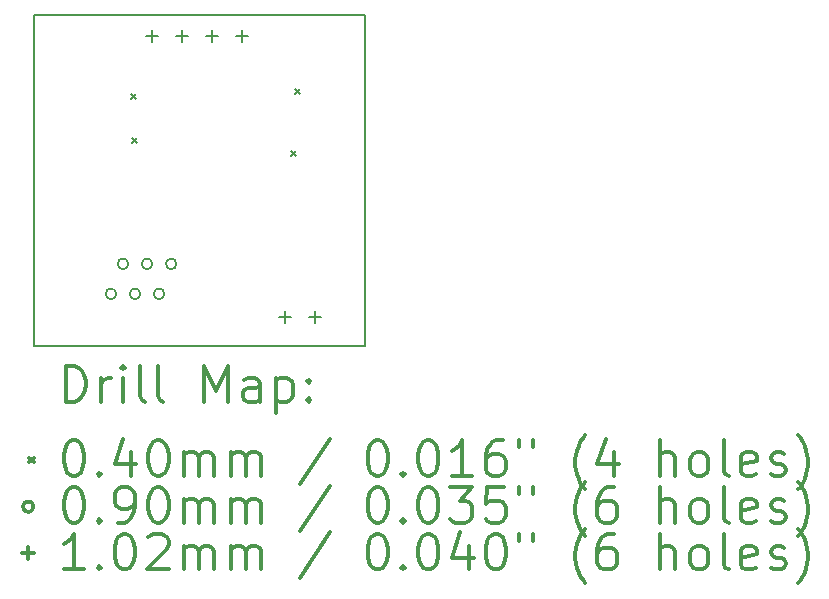
<source format=gbr>
%FSLAX45Y45*%
G04 Gerber Fmt 4.5, Leading zero omitted, Abs format (unit mm)*
G04 Created by KiCad (PCBNEW 4.0.2-stable) date 3/20/2016 1:28:10 PM*
%MOMM*%
G01*
G04 APERTURE LIST*
%ADD10C,0.127000*%
%ADD11C,0.150000*%
%ADD12C,0.200000*%
%ADD13C,0.300000*%
G04 APERTURE END LIST*
D10*
D11*
X14000000Y-6200000D02*
X14000000Y-9000000D01*
X16800000Y-6200000D02*
X14000000Y-6200000D01*
X16800000Y-9000000D02*
X16800000Y-6200000D01*
X14000000Y-9000000D02*
X16800000Y-9000000D01*
D12*
X14820000Y-6870000D02*
X14860000Y-6910000D01*
X14860000Y-6870000D02*
X14820000Y-6910000D01*
X14828000Y-7242000D02*
X14868000Y-7282000D01*
X14868000Y-7242000D02*
X14828000Y-7282000D01*
X16171700Y-7353600D02*
X16211700Y-7393600D01*
X16211700Y-7353600D02*
X16171700Y-7393600D01*
X16210000Y-6830000D02*
X16250000Y-6870000D01*
X16250000Y-6830000D02*
X16210000Y-6870000D01*
X14692700Y-8561850D02*
G75*
G03X14692700Y-8561850I-45000J0D01*
G01*
X14794700Y-8307850D02*
G75*
G03X14794700Y-8307850I-45000J0D01*
G01*
X14896700Y-8561850D02*
G75*
G03X14896700Y-8561850I-45000J0D01*
G01*
X14998700Y-8307850D02*
G75*
G03X14998700Y-8307850I-45000J0D01*
G01*
X15100700Y-8561850D02*
G75*
G03X15100700Y-8561850I-45000J0D01*
G01*
X15202700Y-8307850D02*
G75*
G03X15202700Y-8307850I-45000J0D01*
G01*
X14996000Y-6329200D02*
X14996000Y-6430800D01*
X14945200Y-6380000D02*
X15046800Y-6380000D01*
X15250000Y-6329200D02*
X15250000Y-6430800D01*
X15199200Y-6380000D02*
X15300800Y-6380000D01*
X15504000Y-6329200D02*
X15504000Y-6430800D01*
X15453200Y-6380000D02*
X15554800Y-6380000D01*
X15758000Y-6329200D02*
X15758000Y-6430800D01*
X15707200Y-6380000D02*
X15808800Y-6380000D01*
X16125500Y-8706000D02*
X16125500Y-8807600D01*
X16074700Y-8756800D02*
X16176300Y-8756800D01*
X16379500Y-8706000D02*
X16379500Y-8807600D01*
X16328700Y-8756800D02*
X16430300Y-8756800D01*
D13*
X14263928Y-9473214D02*
X14263928Y-9173214D01*
X14335357Y-9173214D01*
X14378214Y-9187500D01*
X14406786Y-9216072D01*
X14421071Y-9244643D01*
X14435357Y-9301786D01*
X14435357Y-9344643D01*
X14421071Y-9401786D01*
X14406786Y-9430357D01*
X14378214Y-9458929D01*
X14335357Y-9473214D01*
X14263928Y-9473214D01*
X14563928Y-9473214D02*
X14563928Y-9273214D01*
X14563928Y-9330357D02*
X14578214Y-9301786D01*
X14592500Y-9287500D01*
X14621071Y-9273214D01*
X14649643Y-9273214D01*
X14749643Y-9473214D02*
X14749643Y-9273214D01*
X14749643Y-9173214D02*
X14735357Y-9187500D01*
X14749643Y-9201786D01*
X14763928Y-9187500D01*
X14749643Y-9173214D01*
X14749643Y-9201786D01*
X14935357Y-9473214D02*
X14906786Y-9458929D01*
X14892500Y-9430357D01*
X14892500Y-9173214D01*
X15092500Y-9473214D02*
X15063928Y-9458929D01*
X15049643Y-9430357D01*
X15049643Y-9173214D01*
X15435357Y-9473214D02*
X15435357Y-9173214D01*
X15535357Y-9387500D01*
X15635357Y-9173214D01*
X15635357Y-9473214D01*
X15906786Y-9473214D02*
X15906786Y-9316072D01*
X15892500Y-9287500D01*
X15863928Y-9273214D01*
X15806786Y-9273214D01*
X15778214Y-9287500D01*
X15906786Y-9458929D02*
X15878214Y-9473214D01*
X15806786Y-9473214D01*
X15778214Y-9458929D01*
X15763928Y-9430357D01*
X15763928Y-9401786D01*
X15778214Y-9373214D01*
X15806786Y-9358929D01*
X15878214Y-9358929D01*
X15906786Y-9344643D01*
X16049643Y-9273214D02*
X16049643Y-9573214D01*
X16049643Y-9287500D02*
X16078214Y-9273214D01*
X16135357Y-9273214D01*
X16163928Y-9287500D01*
X16178214Y-9301786D01*
X16192500Y-9330357D01*
X16192500Y-9416072D01*
X16178214Y-9444643D01*
X16163928Y-9458929D01*
X16135357Y-9473214D01*
X16078214Y-9473214D01*
X16049643Y-9458929D01*
X16321071Y-9444643D02*
X16335357Y-9458929D01*
X16321071Y-9473214D01*
X16306786Y-9458929D01*
X16321071Y-9444643D01*
X16321071Y-9473214D01*
X16321071Y-9287500D02*
X16335357Y-9301786D01*
X16321071Y-9316072D01*
X16306786Y-9301786D01*
X16321071Y-9287500D01*
X16321071Y-9316072D01*
X13952500Y-9947500D02*
X13992500Y-9987500D01*
X13992500Y-9947500D02*
X13952500Y-9987500D01*
X14321071Y-9803214D02*
X14349643Y-9803214D01*
X14378214Y-9817500D01*
X14392500Y-9831786D01*
X14406786Y-9860357D01*
X14421071Y-9917500D01*
X14421071Y-9988929D01*
X14406786Y-10046072D01*
X14392500Y-10074643D01*
X14378214Y-10088929D01*
X14349643Y-10103214D01*
X14321071Y-10103214D01*
X14292500Y-10088929D01*
X14278214Y-10074643D01*
X14263928Y-10046072D01*
X14249643Y-9988929D01*
X14249643Y-9917500D01*
X14263928Y-9860357D01*
X14278214Y-9831786D01*
X14292500Y-9817500D01*
X14321071Y-9803214D01*
X14549643Y-10074643D02*
X14563928Y-10088929D01*
X14549643Y-10103214D01*
X14535357Y-10088929D01*
X14549643Y-10074643D01*
X14549643Y-10103214D01*
X14821071Y-9903214D02*
X14821071Y-10103214D01*
X14749643Y-9788929D02*
X14678214Y-10003214D01*
X14863928Y-10003214D01*
X15035357Y-9803214D02*
X15063928Y-9803214D01*
X15092500Y-9817500D01*
X15106786Y-9831786D01*
X15121071Y-9860357D01*
X15135357Y-9917500D01*
X15135357Y-9988929D01*
X15121071Y-10046072D01*
X15106786Y-10074643D01*
X15092500Y-10088929D01*
X15063928Y-10103214D01*
X15035357Y-10103214D01*
X15006786Y-10088929D01*
X14992500Y-10074643D01*
X14978214Y-10046072D01*
X14963928Y-9988929D01*
X14963928Y-9917500D01*
X14978214Y-9860357D01*
X14992500Y-9831786D01*
X15006786Y-9817500D01*
X15035357Y-9803214D01*
X15263928Y-10103214D02*
X15263928Y-9903214D01*
X15263928Y-9931786D02*
X15278214Y-9917500D01*
X15306786Y-9903214D01*
X15349643Y-9903214D01*
X15378214Y-9917500D01*
X15392500Y-9946072D01*
X15392500Y-10103214D01*
X15392500Y-9946072D02*
X15406786Y-9917500D01*
X15435357Y-9903214D01*
X15478214Y-9903214D01*
X15506786Y-9917500D01*
X15521071Y-9946072D01*
X15521071Y-10103214D01*
X15663928Y-10103214D02*
X15663928Y-9903214D01*
X15663928Y-9931786D02*
X15678214Y-9917500D01*
X15706786Y-9903214D01*
X15749643Y-9903214D01*
X15778214Y-9917500D01*
X15792500Y-9946072D01*
X15792500Y-10103214D01*
X15792500Y-9946072D02*
X15806786Y-9917500D01*
X15835357Y-9903214D01*
X15878214Y-9903214D01*
X15906786Y-9917500D01*
X15921071Y-9946072D01*
X15921071Y-10103214D01*
X16506786Y-9788929D02*
X16249643Y-10174643D01*
X16892500Y-9803214D02*
X16921071Y-9803214D01*
X16949643Y-9817500D01*
X16963928Y-9831786D01*
X16978214Y-9860357D01*
X16992500Y-9917500D01*
X16992500Y-9988929D01*
X16978214Y-10046072D01*
X16963928Y-10074643D01*
X16949643Y-10088929D01*
X16921071Y-10103214D01*
X16892500Y-10103214D01*
X16863928Y-10088929D01*
X16849643Y-10074643D01*
X16835357Y-10046072D01*
X16821071Y-9988929D01*
X16821071Y-9917500D01*
X16835357Y-9860357D01*
X16849643Y-9831786D01*
X16863928Y-9817500D01*
X16892500Y-9803214D01*
X17121071Y-10074643D02*
X17135357Y-10088929D01*
X17121071Y-10103214D01*
X17106786Y-10088929D01*
X17121071Y-10074643D01*
X17121071Y-10103214D01*
X17321071Y-9803214D02*
X17349643Y-9803214D01*
X17378214Y-9817500D01*
X17392500Y-9831786D01*
X17406786Y-9860357D01*
X17421071Y-9917500D01*
X17421071Y-9988929D01*
X17406786Y-10046072D01*
X17392500Y-10074643D01*
X17378214Y-10088929D01*
X17349643Y-10103214D01*
X17321071Y-10103214D01*
X17292500Y-10088929D01*
X17278214Y-10074643D01*
X17263928Y-10046072D01*
X17249643Y-9988929D01*
X17249643Y-9917500D01*
X17263928Y-9860357D01*
X17278214Y-9831786D01*
X17292500Y-9817500D01*
X17321071Y-9803214D01*
X17706786Y-10103214D02*
X17535357Y-10103214D01*
X17621071Y-10103214D02*
X17621071Y-9803214D01*
X17592500Y-9846072D01*
X17563928Y-9874643D01*
X17535357Y-9888929D01*
X17963928Y-9803214D02*
X17906786Y-9803214D01*
X17878214Y-9817500D01*
X17863928Y-9831786D01*
X17835357Y-9874643D01*
X17821071Y-9931786D01*
X17821071Y-10046072D01*
X17835357Y-10074643D01*
X17849643Y-10088929D01*
X17878214Y-10103214D01*
X17935357Y-10103214D01*
X17963928Y-10088929D01*
X17978214Y-10074643D01*
X17992500Y-10046072D01*
X17992500Y-9974643D01*
X17978214Y-9946072D01*
X17963928Y-9931786D01*
X17935357Y-9917500D01*
X17878214Y-9917500D01*
X17849643Y-9931786D01*
X17835357Y-9946072D01*
X17821071Y-9974643D01*
X18106786Y-9803214D02*
X18106786Y-9860357D01*
X18221071Y-9803214D02*
X18221071Y-9860357D01*
X18663928Y-10217500D02*
X18649643Y-10203214D01*
X18621071Y-10160357D01*
X18606786Y-10131786D01*
X18592500Y-10088929D01*
X18578214Y-10017500D01*
X18578214Y-9960357D01*
X18592500Y-9888929D01*
X18606786Y-9846072D01*
X18621071Y-9817500D01*
X18649643Y-9774643D01*
X18663928Y-9760357D01*
X18906786Y-9903214D02*
X18906786Y-10103214D01*
X18835357Y-9788929D02*
X18763928Y-10003214D01*
X18949643Y-10003214D01*
X19292500Y-10103214D02*
X19292500Y-9803214D01*
X19421071Y-10103214D02*
X19421071Y-9946072D01*
X19406786Y-9917500D01*
X19378214Y-9903214D01*
X19335357Y-9903214D01*
X19306786Y-9917500D01*
X19292500Y-9931786D01*
X19606786Y-10103214D02*
X19578214Y-10088929D01*
X19563928Y-10074643D01*
X19549643Y-10046072D01*
X19549643Y-9960357D01*
X19563928Y-9931786D01*
X19578214Y-9917500D01*
X19606786Y-9903214D01*
X19649643Y-9903214D01*
X19678214Y-9917500D01*
X19692500Y-9931786D01*
X19706786Y-9960357D01*
X19706786Y-10046072D01*
X19692500Y-10074643D01*
X19678214Y-10088929D01*
X19649643Y-10103214D01*
X19606786Y-10103214D01*
X19878214Y-10103214D02*
X19849643Y-10088929D01*
X19835357Y-10060357D01*
X19835357Y-9803214D01*
X20106786Y-10088929D02*
X20078214Y-10103214D01*
X20021071Y-10103214D01*
X19992500Y-10088929D01*
X19978214Y-10060357D01*
X19978214Y-9946072D01*
X19992500Y-9917500D01*
X20021071Y-9903214D01*
X20078214Y-9903214D01*
X20106786Y-9917500D01*
X20121071Y-9946072D01*
X20121071Y-9974643D01*
X19978214Y-10003214D01*
X20235357Y-10088929D02*
X20263929Y-10103214D01*
X20321071Y-10103214D01*
X20349643Y-10088929D01*
X20363929Y-10060357D01*
X20363929Y-10046072D01*
X20349643Y-10017500D01*
X20321071Y-10003214D01*
X20278214Y-10003214D01*
X20249643Y-9988929D01*
X20235357Y-9960357D01*
X20235357Y-9946072D01*
X20249643Y-9917500D01*
X20278214Y-9903214D01*
X20321071Y-9903214D01*
X20349643Y-9917500D01*
X20463928Y-10217500D02*
X20478214Y-10203214D01*
X20506786Y-10160357D01*
X20521071Y-10131786D01*
X20535357Y-10088929D01*
X20549643Y-10017500D01*
X20549643Y-9960357D01*
X20535357Y-9888929D01*
X20521071Y-9846072D01*
X20506786Y-9817500D01*
X20478214Y-9774643D01*
X20463928Y-9760357D01*
X13992500Y-10363500D02*
G75*
G03X13992500Y-10363500I-45000J0D01*
G01*
X14321071Y-10199214D02*
X14349643Y-10199214D01*
X14378214Y-10213500D01*
X14392500Y-10227786D01*
X14406786Y-10256357D01*
X14421071Y-10313500D01*
X14421071Y-10384929D01*
X14406786Y-10442072D01*
X14392500Y-10470643D01*
X14378214Y-10484929D01*
X14349643Y-10499214D01*
X14321071Y-10499214D01*
X14292500Y-10484929D01*
X14278214Y-10470643D01*
X14263928Y-10442072D01*
X14249643Y-10384929D01*
X14249643Y-10313500D01*
X14263928Y-10256357D01*
X14278214Y-10227786D01*
X14292500Y-10213500D01*
X14321071Y-10199214D01*
X14549643Y-10470643D02*
X14563928Y-10484929D01*
X14549643Y-10499214D01*
X14535357Y-10484929D01*
X14549643Y-10470643D01*
X14549643Y-10499214D01*
X14706786Y-10499214D02*
X14763928Y-10499214D01*
X14792500Y-10484929D01*
X14806786Y-10470643D01*
X14835357Y-10427786D01*
X14849643Y-10370643D01*
X14849643Y-10256357D01*
X14835357Y-10227786D01*
X14821071Y-10213500D01*
X14792500Y-10199214D01*
X14735357Y-10199214D01*
X14706786Y-10213500D01*
X14692500Y-10227786D01*
X14678214Y-10256357D01*
X14678214Y-10327786D01*
X14692500Y-10356357D01*
X14706786Y-10370643D01*
X14735357Y-10384929D01*
X14792500Y-10384929D01*
X14821071Y-10370643D01*
X14835357Y-10356357D01*
X14849643Y-10327786D01*
X15035357Y-10199214D02*
X15063928Y-10199214D01*
X15092500Y-10213500D01*
X15106786Y-10227786D01*
X15121071Y-10256357D01*
X15135357Y-10313500D01*
X15135357Y-10384929D01*
X15121071Y-10442072D01*
X15106786Y-10470643D01*
X15092500Y-10484929D01*
X15063928Y-10499214D01*
X15035357Y-10499214D01*
X15006786Y-10484929D01*
X14992500Y-10470643D01*
X14978214Y-10442072D01*
X14963928Y-10384929D01*
X14963928Y-10313500D01*
X14978214Y-10256357D01*
X14992500Y-10227786D01*
X15006786Y-10213500D01*
X15035357Y-10199214D01*
X15263928Y-10499214D02*
X15263928Y-10299214D01*
X15263928Y-10327786D02*
X15278214Y-10313500D01*
X15306786Y-10299214D01*
X15349643Y-10299214D01*
X15378214Y-10313500D01*
X15392500Y-10342072D01*
X15392500Y-10499214D01*
X15392500Y-10342072D02*
X15406786Y-10313500D01*
X15435357Y-10299214D01*
X15478214Y-10299214D01*
X15506786Y-10313500D01*
X15521071Y-10342072D01*
X15521071Y-10499214D01*
X15663928Y-10499214D02*
X15663928Y-10299214D01*
X15663928Y-10327786D02*
X15678214Y-10313500D01*
X15706786Y-10299214D01*
X15749643Y-10299214D01*
X15778214Y-10313500D01*
X15792500Y-10342072D01*
X15792500Y-10499214D01*
X15792500Y-10342072D02*
X15806786Y-10313500D01*
X15835357Y-10299214D01*
X15878214Y-10299214D01*
X15906786Y-10313500D01*
X15921071Y-10342072D01*
X15921071Y-10499214D01*
X16506786Y-10184929D02*
X16249643Y-10570643D01*
X16892500Y-10199214D02*
X16921071Y-10199214D01*
X16949643Y-10213500D01*
X16963928Y-10227786D01*
X16978214Y-10256357D01*
X16992500Y-10313500D01*
X16992500Y-10384929D01*
X16978214Y-10442072D01*
X16963928Y-10470643D01*
X16949643Y-10484929D01*
X16921071Y-10499214D01*
X16892500Y-10499214D01*
X16863928Y-10484929D01*
X16849643Y-10470643D01*
X16835357Y-10442072D01*
X16821071Y-10384929D01*
X16821071Y-10313500D01*
X16835357Y-10256357D01*
X16849643Y-10227786D01*
X16863928Y-10213500D01*
X16892500Y-10199214D01*
X17121071Y-10470643D02*
X17135357Y-10484929D01*
X17121071Y-10499214D01*
X17106786Y-10484929D01*
X17121071Y-10470643D01*
X17121071Y-10499214D01*
X17321071Y-10199214D02*
X17349643Y-10199214D01*
X17378214Y-10213500D01*
X17392500Y-10227786D01*
X17406786Y-10256357D01*
X17421071Y-10313500D01*
X17421071Y-10384929D01*
X17406786Y-10442072D01*
X17392500Y-10470643D01*
X17378214Y-10484929D01*
X17349643Y-10499214D01*
X17321071Y-10499214D01*
X17292500Y-10484929D01*
X17278214Y-10470643D01*
X17263928Y-10442072D01*
X17249643Y-10384929D01*
X17249643Y-10313500D01*
X17263928Y-10256357D01*
X17278214Y-10227786D01*
X17292500Y-10213500D01*
X17321071Y-10199214D01*
X17521071Y-10199214D02*
X17706786Y-10199214D01*
X17606786Y-10313500D01*
X17649643Y-10313500D01*
X17678214Y-10327786D01*
X17692500Y-10342072D01*
X17706786Y-10370643D01*
X17706786Y-10442072D01*
X17692500Y-10470643D01*
X17678214Y-10484929D01*
X17649643Y-10499214D01*
X17563928Y-10499214D01*
X17535357Y-10484929D01*
X17521071Y-10470643D01*
X17978214Y-10199214D02*
X17835357Y-10199214D01*
X17821071Y-10342072D01*
X17835357Y-10327786D01*
X17863928Y-10313500D01*
X17935357Y-10313500D01*
X17963928Y-10327786D01*
X17978214Y-10342072D01*
X17992500Y-10370643D01*
X17992500Y-10442072D01*
X17978214Y-10470643D01*
X17963928Y-10484929D01*
X17935357Y-10499214D01*
X17863928Y-10499214D01*
X17835357Y-10484929D01*
X17821071Y-10470643D01*
X18106786Y-10199214D02*
X18106786Y-10256357D01*
X18221071Y-10199214D02*
X18221071Y-10256357D01*
X18663928Y-10613500D02*
X18649643Y-10599214D01*
X18621071Y-10556357D01*
X18606786Y-10527786D01*
X18592500Y-10484929D01*
X18578214Y-10413500D01*
X18578214Y-10356357D01*
X18592500Y-10284929D01*
X18606786Y-10242072D01*
X18621071Y-10213500D01*
X18649643Y-10170643D01*
X18663928Y-10156357D01*
X18906786Y-10199214D02*
X18849643Y-10199214D01*
X18821071Y-10213500D01*
X18806786Y-10227786D01*
X18778214Y-10270643D01*
X18763928Y-10327786D01*
X18763928Y-10442072D01*
X18778214Y-10470643D01*
X18792500Y-10484929D01*
X18821071Y-10499214D01*
X18878214Y-10499214D01*
X18906786Y-10484929D01*
X18921071Y-10470643D01*
X18935357Y-10442072D01*
X18935357Y-10370643D01*
X18921071Y-10342072D01*
X18906786Y-10327786D01*
X18878214Y-10313500D01*
X18821071Y-10313500D01*
X18792500Y-10327786D01*
X18778214Y-10342072D01*
X18763928Y-10370643D01*
X19292500Y-10499214D02*
X19292500Y-10199214D01*
X19421071Y-10499214D02*
X19421071Y-10342072D01*
X19406786Y-10313500D01*
X19378214Y-10299214D01*
X19335357Y-10299214D01*
X19306786Y-10313500D01*
X19292500Y-10327786D01*
X19606786Y-10499214D02*
X19578214Y-10484929D01*
X19563928Y-10470643D01*
X19549643Y-10442072D01*
X19549643Y-10356357D01*
X19563928Y-10327786D01*
X19578214Y-10313500D01*
X19606786Y-10299214D01*
X19649643Y-10299214D01*
X19678214Y-10313500D01*
X19692500Y-10327786D01*
X19706786Y-10356357D01*
X19706786Y-10442072D01*
X19692500Y-10470643D01*
X19678214Y-10484929D01*
X19649643Y-10499214D01*
X19606786Y-10499214D01*
X19878214Y-10499214D02*
X19849643Y-10484929D01*
X19835357Y-10456357D01*
X19835357Y-10199214D01*
X20106786Y-10484929D02*
X20078214Y-10499214D01*
X20021071Y-10499214D01*
X19992500Y-10484929D01*
X19978214Y-10456357D01*
X19978214Y-10342072D01*
X19992500Y-10313500D01*
X20021071Y-10299214D01*
X20078214Y-10299214D01*
X20106786Y-10313500D01*
X20121071Y-10342072D01*
X20121071Y-10370643D01*
X19978214Y-10399214D01*
X20235357Y-10484929D02*
X20263929Y-10499214D01*
X20321071Y-10499214D01*
X20349643Y-10484929D01*
X20363929Y-10456357D01*
X20363929Y-10442072D01*
X20349643Y-10413500D01*
X20321071Y-10399214D01*
X20278214Y-10399214D01*
X20249643Y-10384929D01*
X20235357Y-10356357D01*
X20235357Y-10342072D01*
X20249643Y-10313500D01*
X20278214Y-10299214D01*
X20321071Y-10299214D01*
X20349643Y-10313500D01*
X20463928Y-10613500D02*
X20478214Y-10599214D01*
X20506786Y-10556357D01*
X20521071Y-10527786D01*
X20535357Y-10484929D01*
X20549643Y-10413500D01*
X20549643Y-10356357D01*
X20535357Y-10284929D01*
X20521071Y-10242072D01*
X20506786Y-10213500D01*
X20478214Y-10170643D01*
X20463928Y-10156357D01*
X13941700Y-10708700D02*
X13941700Y-10810300D01*
X13890900Y-10759500D02*
X13992500Y-10759500D01*
X14421071Y-10895214D02*
X14249643Y-10895214D01*
X14335357Y-10895214D02*
X14335357Y-10595214D01*
X14306786Y-10638072D01*
X14278214Y-10666643D01*
X14249643Y-10680929D01*
X14549643Y-10866643D02*
X14563928Y-10880929D01*
X14549643Y-10895214D01*
X14535357Y-10880929D01*
X14549643Y-10866643D01*
X14549643Y-10895214D01*
X14749643Y-10595214D02*
X14778214Y-10595214D01*
X14806786Y-10609500D01*
X14821071Y-10623786D01*
X14835357Y-10652357D01*
X14849643Y-10709500D01*
X14849643Y-10780929D01*
X14835357Y-10838072D01*
X14821071Y-10866643D01*
X14806786Y-10880929D01*
X14778214Y-10895214D01*
X14749643Y-10895214D01*
X14721071Y-10880929D01*
X14706786Y-10866643D01*
X14692500Y-10838072D01*
X14678214Y-10780929D01*
X14678214Y-10709500D01*
X14692500Y-10652357D01*
X14706786Y-10623786D01*
X14721071Y-10609500D01*
X14749643Y-10595214D01*
X14963928Y-10623786D02*
X14978214Y-10609500D01*
X15006786Y-10595214D01*
X15078214Y-10595214D01*
X15106786Y-10609500D01*
X15121071Y-10623786D01*
X15135357Y-10652357D01*
X15135357Y-10680929D01*
X15121071Y-10723786D01*
X14949643Y-10895214D01*
X15135357Y-10895214D01*
X15263928Y-10895214D02*
X15263928Y-10695214D01*
X15263928Y-10723786D02*
X15278214Y-10709500D01*
X15306786Y-10695214D01*
X15349643Y-10695214D01*
X15378214Y-10709500D01*
X15392500Y-10738072D01*
X15392500Y-10895214D01*
X15392500Y-10738072D02*
X15406786Y-10709500D01*
X15435357Y-10695214D01*
X15478214Y-10695214D01*
X15506786Y-10709500D01*
X15521071Y-10738072D01*
X15521071Y-10895214D01*
X15663928Y-10895214D02*
X15663928Y-10695214D01*
X15663928Y-10723786D02*
X15678214Y-10709500D01*
X15706786Y-10695214D01*
X15749643Y-10695214D01*
X15778214Y-10709500D01*
X15792500Y-10738072D01*
X15792500Y-10895214D01*
X15792500Y-10738072D02*
X15806786Y-10709500D01*
X15835357Y-10695214D01*
X15878214Y-10695214D01*
X15906786Y-10709500D01*
X15921071Y-10738072D01*
X15921071Y-10895214D01*
X16506786Y-10580929D02*
X16249643Y-10966643D01*
X16892500Y-10595214D02*
X16921071Y-10595214D01*
X16949643Y-10609500D01*
X16963928Y-10623786D01*
X16978214Y-10652357D01*
X16992500Y-10709500D01*
X16992500Y-10780929D01*
X16978214Y-10838072D01*
X16963928Y-10866643D01*
X16949643Y-10880929D01*
X16921071Y-10895214D01*
X16892500Y-10895214D01*
X16863928Y-10880929D01*
X16849643Y-10866643D01*
X16835357Y-10838072D01*
X16821071Y-10780929D01*
X16821071Y-10709500D01*
X16835357Y-10652357D01*
X16849643Y-10623786D01*
X16863928Y-10609500D01*
X16892500Y-10595214D01*
X17121071Y-10866643D02*
X17135357Y-10880929D01*
X17121071Y-10895214D01*
X17106786Y-10880929D01*
X17121071Y-10866643D01*
X17121071Y-10895214D01*
X17321071Y-10595214D02*
X17349643Y-10595214D01*
X17378214Y-10609500D01*
X17392500Y-10623786D01*
X17406786Y-10652357D01*
X17421071Y-10709500D01*
X17421071Y-10780929D01*
X17406786Y-10838072D01*
X17392500Y-10866643D01*
X17378214Y-10880929D01*
X17349643Y-10895214D01*
X17321071Y-10895214D01*
X17292500Y-10880929D01*
X17278214Y-10866643D01*
X17263928Y-10838072D01*
X17249643Y-10780929D01*
X17249643Y-10709500D01*
X17263928Y-10652357D01*
X17278214Y-10623786D01*
X17292500Y-10609500D01*
X17321071Y-10595214D01*
X17678214Y-10695214D02*
X17678214Y-10895214D01*
X17606786Y-10580929D02*
X17535357Y-10795214D01*
X17721071Y-10795214D01*
X17892500Y-10595214D02*
X17921071Y-10595214D01*
X17949643Y-10609500D01*
X17963928Y-10623786D01*
X17978214Y-10652357D01*
X17992500Y-10709500D01*
X17992500Y-10780929D01*
X17978214Y-10838072D01*
X17963928Y-10866643D01*
X17949643Y-10880929D01*
X17921071Y-10895214D01*
X17892500Y-10895214D01*
X17863928Y-10880929D01*
X17849643Y-10866643D01*
X17835357Y-10838072D01*
X17821071Y-10780929D01*
X17821071Y-10709500D01*
X17835357Y-10652357D01*
X17849643Y-10623786D01*
X17863928Y-10609500D01*
X17892500Y-10595214D01*
X18106786Y-10595214D02*
X18106786Y-10652357D01*
X18221071Y-10595214D02*
X18221071Y-10652357D01*
X18663928Y-11009500D02*
X18649643Y-10995214D01*
X18621071Y-10952357D01*
X18606786Y-10923786D01*
X18592500Y-10880929D01*
X18578214Y-10809500D01*
X18578214Y-10752357D01*
X18592500Y-10680929D01*
X18606786Y-10638072D01*
X18621071Y-10609500D01*
X18649643Y-10566643D01*
X18663928Y-10552357D01*
X18906786Y-10595214D02*
X18849643Y-10595214D01*
X18821071Y-10609500D01*
X18806786Y-10623786D01*
X18778214Y-10666643D01*
X18763928Y-10723786D01*
X18763928Y-10838072D01*
X18778214Y-10866643D01*
X18792500Y-10880929D01*
X18821071Y-10895214D01*
X18878214Y-10895214D01*
X18906786Y-10880929D01*
X18921071Y-10866643D01*
X18935357Y-10838072D01*
X18935357Y-10766643D01*
X18921071Y-10738072D01*
X18906786Y-10723786D01*
X18878214Y-10709500D01*
X18821071Y-10709500D01*
X18792500Y-10723786D01*
X18778214Y-10738072D01*
X18763928Y-10766643D01*
X19292500Y-10895214D02*
X19292500Y-10595214D01*
X19421071Y-10895214D02*
X19421071Y-10738072D01*
X19406786Y-10709500D01*
X19378214Y-10695214D01*
X19335357Y-10695214D01*
X19306786Y-10709500D01*
X19292500Y-10723786D01*
X19606786Y-10895214D02*
X19578214Y-10880929D01*
X19563928Y-10866643D01*
X19549643Y-10838072D01*
X19549643Y-10752357D01*
X19563928Y-10723786D01*
X19578214Y-10709500D01*
X19606786Y-10695214D01*
X19649643Y-10695214D01*
X19678214Y-10709500D01*
X19692500Y-10723786D01*
X19706786Y-10752357D01*
X19706786Y-10838072D01*
X19692500Y-10866643D01*
X19678214Y-10880929D01*
X19649643Y-10895214D01*
X19606786Y-10895214D01*
X19878214Y-10895214D02*
X19849643Y-10880929D01*
X19835357Y-10852357D01*
X19835357Y-10595214D01*
X20106786Y-10880929D02*
X20078214Y-10895214D01*
X20021071Y-10895214D01*
X19992500Y-10880929D01*
X19978214Y-10852357D01*
X19978214Y-10738072D01*
X19992500Y-10709500D01*
X20021071Y-10695214D01*
X20078214Y-10695214D01*
X20106786Y-10709500D01*
X20121071Y-10738072D01*
X20121071Y-10766643D01*
X19978214Y-10795214D01*
X20235357Y-10880929D02*
X20263929Y-10895214D01*
X20321071Y-10895214D01*
X20349643Y-10880929D01*
X20363929Y-10852357D01*
X20363929Y-10838072D01*
X20349643Y-10809500D01*
X20321071Y-10795214D01*
X20278214Y-10795214D01*
X20249643Y-10780929D01*
X20235357Y-10752357D01*
X20235357Y-10738072D01*
X20249643Y-10709500D01*
X20278214Y-10695214D01*
X20321071Y-10695214D01*
X20349643Y-10709500D01*
X20463928Y-11009500D02*
X20478214Y-10995214D01*
X20506786Y-10952357D01*
X20521071Y-10923786D01*
X20535357Y-10880929D01*
X20549643Y-10809500D01*
X20549643Y-10752357D01*
X20535357Y-10680929D01*
X20521071Y-10638072D01*
X20506786Y-10609500D01*
X20478214Y-10566643D01*
X20463928Y-10552357D01*
M02*

</source>
